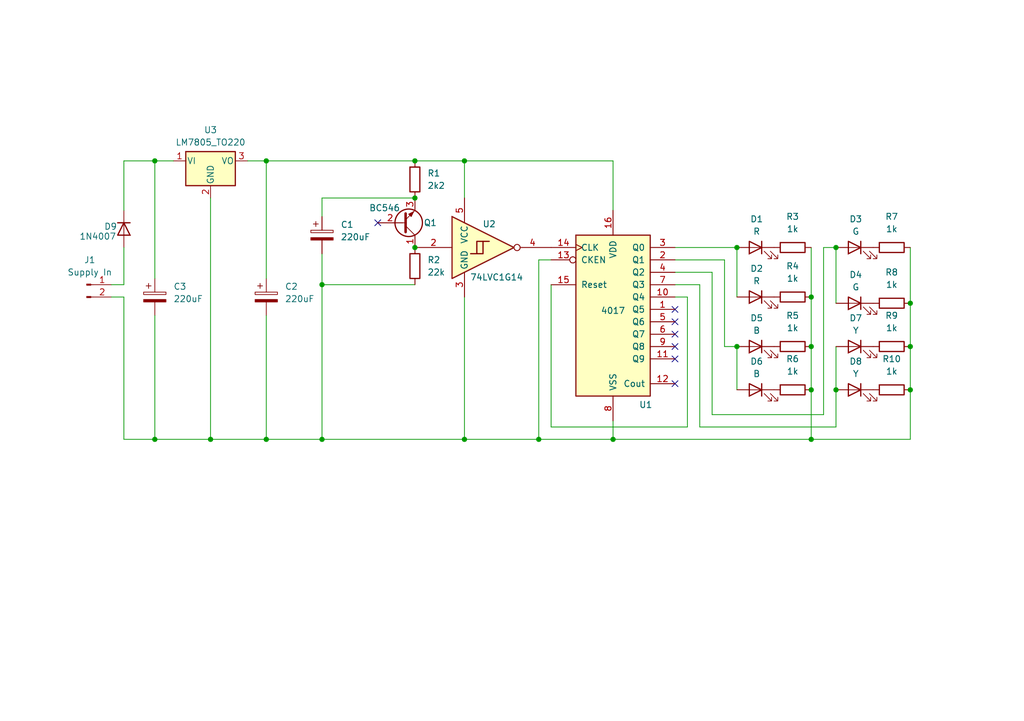
<source format=kicad_sch>
(kicad_sch
	(version 20231120)
	(generator "eeschema")
	(generator_version "8.0")
	(uuid "44230952-3f4a-4bca-989c-4b0de37dec76")
	(paper "A5")
	(title_block
		(title "Migacz")
		(date "2026-02-06")
		(rev "1")
		(company "-")
	)
	(lib_symbols
		(symbol "4xxx:4017"
			(pin_names
				(offset 1.016)
			)
			(exclude_from_sim no)
			(in_bom yes)
			(on_board yes)
			(property "Reference" "U"
				(at -7.62 16.51 0)
				(effects
					(font
						(size 1.27 1.27)
					)
				)
			)
			(property "Value" "4017"
				(at -7.62 -19.05 0)
				(effects
					(font
						(size 1.27 1.27)
					)
				)
			)
			(property "Footprint" ""
				(at 0 0 0)
				(effects
					(font
						(size 1.27 1.27)
					)
					(hide yes)
				)
			)
			(property "Datasheet" "http://www.intersil.com/content/dam/Intersil/documents/cd40/cd4017bms-22bms.pdf"
				(at 0 0 0)
				(effects
					(font
						(size 1.27 1.27)
					)
					(hide yes)
				)
			)
			(property "Description" "Johnson Counter ( 10 outputs )"
				(at 0 0 0)
				(effects
					(font
						(size 1.27 1.27)
					)
					(hide yes)
				)
			)
			(property "ki_locked" ""
				(at 0 0 0)
				(effects
					(font
						(size 1.27 1.27)
					)
				)
			)
			(property "ki_keywords" "CNT CNT10"
				(at 0 0 0)
				(effects
					(font
						(size 1.27 1.27)
					)
					(hide yes)
				)
			)
			(property "ki_fp_filters" "DIP?16*"
				(at 0 0 0)
				(effects
					(font
						(size 1.27 1.27)
					)
					(hide yes)
				)
			)
			(symbol "4017_1_0"
				(pin output line
					(at 12.7 0 180)
					(length 5.08)
					(name "Q5"
						(effects
							(font
								(size 1.27 1.27)
							)
						)
					)
					(number "1"
						(effects
							(font
								(size 1.27 1.27)
							)
						)
					)
				)
				(pin output line
					(at 12.7 2.54 180)
					(length 5.08)
					(name "Q4"
						(effects
							(font
								(size 1.27 1.27)
							)
						)
					)
					(number "10"
						(effects
							(font
								(size 1.27 1.27)
							)
						)
					)
				)
				(pin output line
					(at 12.7 -10.16 180)
					(length 5.08)
					(name "Q9"
						(effects
							(font
								(size 1.27 1.27)
							)
						)
					)
					(number "11"
						(effects
							(font
								(size 1.27 1.27)
							)
						)
					)
				)
				(pin output line
					(at 12.7 -15.24 180)
					(length 5.08)
					(name "Cout"
						(effects
							(font
								(size 1.27 1.27)
							)
						)
					)
					(number "12"
						(effects
							(font
								(size 1.27 1.27)
							)
						)
					)
				)
				(pin input inverted
					(at -12.7 10.16 0)
					(length 5.08)
					(name "CKEN"
						(effects
							(font
								(size 1.27 1.27)
							)
						)
					)
					(number "13"
						(effects
							(font
								(size 1.27 1.27)
							)
						)
					)
				)
				(pin input clock
					(at -12.7 12.7 0)
					(length 5.08)
					(name "CLK"
						(effects
							(font
								(size 1.27 1.27)
							)
						)
					)
					(number "14"
						(effects
							(font
								(size 1.27 1.27)
							)
						)
					)
				)
				(pin input line
					(at -12.7 5.08 0)
					(length 5.08)
					(name "Reset"
						(effects
							(font
								(size 1.27 1.27)
							)
						)
					)
					(number "15"
						(effects
							(font
								(size 1.27 1.27)
							)
						)
					)
				)
				(pin power_in line
					(at 0 20.32 270)
					(length 5.08)
					(name "VDD"
						(effects
							(font
								(size 1.27 1.27)
							)
						)
					)
					(number "16"
						(effects
							(font
								(size 1.27 1.27)
							)
						)
					)
				)
				(pin output line
					(at 12.7 10.16 180)
					(length 5.08)
					(name "Q1"
						(effects
							(font
								(size 1.27 1.27)
							)
						)
					)
					(number "2"
						(effects
							(font
								(size 1.27 1.27)
							)
						)
					)
				)
				(pin output line
					(at 12.7 12.7 180)
					(length 5.08)
					(name "Q0"
						(effects
							(font
								(size 1.27 1.27)
							)
						)
					)
					(number "3"
						(effects
							(font
								(size 1.27 1.27)
							)
						)
					)
				)
				(pin output line
					(at 12.7 7.62 180)
					(length 5.08)
					(name "Q2"
						(effects
							(font
								(size 1.27 1.27)
							)
						)
					)
					(number "4"
						(effects
							(font
								(size 1.27 1.27)
							)
						)
					)
				)
				(pin output line
					(at 12.7 -2.54 180)
					(length 5.08)
					(name "Q6"
						(effects
							(font
								(size 1.27 1.27)
							)
						)
					)
					(number "5"
						(effects
							(font
								(size 1.27 1.27)
							)
						)
					)
				)
				(pin output line
					(at 12.7 -5.08 180)
					(length 5.08)
					(name "Q7"
						(effects
							(font
								(size 1.27 1.27)
							)
						)
					)
					(number "6"
						(effects
							(font
								(size 1.27 1.27)
							)
						)
					)
				)
				(pin output line
					(at 12.7 5.08 180)
					(length 5.08)
					(name "Q3"
						(effects
							(font
								(size 1.27 1.27)
							)
						)
					)
					(number "7"
						(effects
							(font
								(size 1.27 1.27)
							)
						)
					)
				)
				(pin power_in line
					(at 0 -22.86 90)
					(length 5.08)
					(name "VSS"
						(effects
							(font
								(size 1.27 1.27)
							)
						)
					)
					(number "8"
						(effects
							(font
								(size 1.27 1.27)
							)
						)
					)
				)
				(pin output line
					(at 12.7 -7.62 180)
					(length 5.08)
					(name "Q8"
						(effects
							(font
								(size 1.27 1.27)
							)
						)
					)
					(number "9"
						(effects
							(font
								(size 1.27 1.27)
							)
						)
					)
				)
			)
			(symbol "4017_1_1"
				(rectangle
					(start -7.62 15.24)
					(end 7.62 -17.78)
					(stroke
						(width 0.254)
						(type default)
					)
					(fill
						(type background)
					)
				)
			)
		)
		(symbol "74xGxx:74LVC1G14"
			(exclude_from_sim no)
			(in_bom yes)
			(on_board yes)
			(property "Reference" "U"
				(at 0 3.81 0)
				(effects
					(font
						(size 1.27 1.27)
					)
					(justify left)
				)
			)
			(property "Value" "74LVC1G14"
				(at 0 -3.81 0)
				(effects
					(font
						(size 1.27 1.27)
					)
					(justify left)
				)
			)
			(property "Footprint" ""
				(at 0 0 0)
				(effects
					(font
						(size 1.27 1.27)
					)
					(hide yes)
				)
			)
			(property "Datasheet" "https://www.ti.com/lit/sg/scyt129e/scyt129e.pdf"
				(at 0 -6.35 0)
				(effects
					(font
						(size 1.27 1.27)
					)
					(justify left)
					(hide yes)
				)
			)
			(property "Description" "Single Schmitt NOT Gate, Low-Voltage CMOS"
				(at 0 0 0)
				(effects
					(font
						(size 1.27 1.27)
					)
					(hide yes)
				)
			)
			(property "ki_keywords" "Single Gate NOT Schmitt LVC CMOS"
				(at 0 0 0)
				(effects
					(font
						(size 1.27 1.27)
					)
					(hide yes)
				)
			)
			(property "ki_fp_filters" "SOT?23* SOT?553*"
				(at 0 0 0)
				(effects
					(font
						(size 1.27 1.27)
					)
					(hide yes)
				)
			)
			(symbol "74LVC1G14_0_1"
				(polyline
					(pts
						(xy -7.62 6.35) (xy -7.62 -6.35) (xy 5.08 0) (xy -7.62 6.35)
					)
					(stroke
						(width 0.254)
						(type default)
					)
					(fill
						(type background)
					)
				)
			)
			(symbol "74LVC1G14_1_1"
				(polyline
					(pts
						(xy -3.81 -1.27) (xy -1.27 -1.27) (xy -1.27 1.27)
					)
					(stroke
						(width 0.254)
						(type default)
					)
					(fill
						(type none)
					)
				)
				(polyline
					(pts
						(xy -2.54 -1.27) (xy -2.54 1.27) (xy 0 1.27)
					)
					(stroke
						(width 0.254)
						(type default)
					)
					(fill
						(type none)
					)
				)
				(pin no_connect line
					(at -7.62 5.08 180)
					(length 5.08) hide
					(name "NC"
						(effects
							(font
								(size 1.27 1.27)
							)
						)
					)
					(number "1"
						(effects
							(font
								(size 1.27 1.27)
							)
						)
					)
				)
				(pin input line
					(at -15.24 0 0)
					(length 7.62)
					(name "~"
						(effects
							(font
								(size 1.27 1.27)
							)
						)
					)
					(number "2"
						(effects
							(font
								(size 1.27 1.27)
							)
						)
					)
				)
				(pin power_in line
					(at -5.08 -10.16 90)
					(length 5.08)
					(name "GND"
						(effects
							(font
								(size 1.27 1.27)
							)
						)
					)
					(number "3"
						(effects
							(font
								(size 1.27 1.27)
							)
						)
					)
				)
				(pin output inverted
					(at 12.7 0 180)
					(length 7.62)
					(name "~"
						(effects
							(font
								(size 1.27 1.27)
							)
						)
					)
					(number "4"
						(effects
							(font
								(size 1.27 1.27)
							)
						)
					)
				)
				(pin power_in line
					(at -5.08 10.16 270)
					(length 5.08)
					(name "VCC"
						(effects
							(font
								(size 1.27 1.27)
							)
						)
					)
					(number "5"
						(effects
							(font
								(size 1.27 1.27)
							)
						)
					)
				)
			)
		)
		(symbol "Connector:Conn_01x02_Pin"
			(pin_names
				(offset 1.016) hide)
			(exclude_from_sim no)
			(in_bom yes)
			(on_board yes)
			(property "Reference" "J"
				(at 0 2.54 0)
				(effects
					(font
						(size 1.27 1.27)
					)
				)
			)
			(property "Value" "Conn_01x02_Pin"
				(at 0 -5.08 0)
				(effects
					(font
						(size 1.27 1.27)
					)
				)
			)
			(property "Footprint" ""
				(at 0 0 0)
				(effects
					(font
						(size 1.27 1.27)
					)
					(hide yes)
				)
			)
			(property "Datasheet" "~"
				(at 0 0 0)
				(effects
					(font
						(size 1.27 1.27)
					)
					(hide yes)
				)
			)
			(property "Description" "Generic connector, single row, 01x02, script generated"
				(at 0 0 0)
				(effects
					(font
						(size 1.27 1.27)
					)
					(hide yes)
				)
			)
			(property "ki_locked" ""
				(at 0 0 0)
				(effects
					(font
						(size 1.27 1.27)
					)
				)
			)
			(property "ki_keywords" "connector"
				(at 0 0 0)
				(effects
					(font
						(size 1.27 1.27)
					)
					(hide yes)
				)
			)
			(property "ki_fp_filters" "Connector*:*_1x??_*"
				(at 0 0 0)
				(effects
					(font
						(size 1.27 1.27)
					)
					(hide yes)
				)
			)
			(symbol "Conn_01x02_Pin_1_1"
				(polyline
					(pts
						(xy 1.27 -2.54) (xy 0.8636 -2.54)
					)
					(stroke
						(width 0.1524)
						(type default)
					)
					(fill
						(type none)
					)
				)
				(polyline
					(pts
						(xy 1.27 0) (xy 0.8636 0)
					)
					(stroke
						(width 0.1524)
						(type default)
					)
					(fill
						(type none)
					)
				)
				(rectangle
					(start 0.8636 -2.413)
					(end 0 -2.667)
					(stroke
						(width 0.1524)
						(type default)
					)
					(fill
						(type outline)
					)
				)
				(rectangle
					(start 0.8636 0.127)
					(end 0 -0.127)
					(stroke
						(width 0.1524)
						(type default)
					)
					(fill
						(type outline)
					)
				)
				(pin passive line
					(at 5.08 0 180)
					(length 3.81)
					(name "Pin_1"
						(effects
							(font
								(size 1.27 1.27)
							)
						)
					)
					(number "1"
						(effects
							(font
								(size 1.27 1.27)
							)
						)
					)
				)
				(pin passive line
					(at 5.08 -2.54 180)
					(length 3.81)
					(name "Pin_2"
						(effects
							(font
								(size 1.27 1.27)
							)
						)
					)
					(number "2"
						(effects
							(font
								(size 1.27 1.27)
							)
						)
					)
				)
			)
		)
		(symbol "Device:C_Polarized"
			(pin_numbers hide)
			(pin_names
				(offset 0.254)
			)
			(exclude_from_sim no)
			(in_bom yes)
			(on_board yes)
			(property "Reference" "C"
				(at 0.635 2.54 0)
				(effects
					(font
						(size 1.27 1.27)
					)
					(justify left)
				)
			)
			(property "Value" "C_Polarized"
				(at 0.635 -2.54 0)
				(effects
					(font
						(size 1.27 1.27)
					)
					(justify left)
				)
			)
			(property "Footprint" ""
				(at 0.9652 -3.81 0)
				(effects
					(font
						(size 1.27 1.27)
					)
					(hide yes)
				)
			)
			(property "Datasheet" "~"
				(at 0 0 0)
				(effects
					(font
						(size 1.27 1.27)
					)
					(hide yes)
				)
			)
			(property "Description" "Polarized capacitor"
				(at 0 0 0)
				(effects
					(font
						(size 1.27 1.27)
					)
					(hide yes)
				)
			)
			(property "ki_keywords" "cap capacitor"
				(at 0 0 0)
				(effects
					(font
						(size 1.27 1.27)
					)
					(hide yes)
				)
			)
			(property "ki_fp_filters" "CP_*"
				(at 0 0 0)
				(effects
					(font
						(size 1.27 1.27)
					)
					(hide yes)
				)
			)
			(symbol "C_Polarized_0_1"
				(rectangle
					(start -2.286 0.508)
					(end 2.286 1.016)
					(stroke
						(width 0)
						(type default)
					)
					(fill
						(type none)
					)
				)
				(polyline
					(pts
						(xy -1.778 2.286) (xy -0.762 2.286)
					)
					(stroke
						(width 0)
						(type default)
					)
					(fill
						(type none)
					)
				)
				(polyline
					(pts
						(xy -1.27 2.794) (xy -1.27 1.778)
					)
					(stroke
						(width 0)
						(type default)
					)
					(fill
						(type none)
					)
				)
				(rectangle
					(start 2.286 -0.508)
					(end -2.286 -1.016)
					(stroke
						(width 0)
						(type default)
					)
					(fill
						(type outline)
					)
				)
			)
			(symbol "C_Polarized_1_1"
				(pin passive line
					(at 0 3.81 270)
					(length 2.794)
					(name "~"
						(effects
							(font
								(size 1.27 1.27)
							)
						)
					)
					(number "1"
						(effects
							(font
								(size 1.27 1.27)
							)
						)
					)
				)
				(pin passive line
					(at 0 -3.81 90)
					(length 2.794)
					(name "~"
						(effects
							(font
								(size 1.27 1.27)
							)
						)
					)
					(number "2"
						(effects
							(font
								(size 1.27 1.27)
							)
						)
					)
				)
			)
		)
		(symbol "Device:LED"
			(pin_numbers hide)
			(pin_names
				(offset 1.016) hide)
			(exclude_from_sim no)
			(in_bom yes)
			(on_board yes)
			(property "Reference" "D"
				(at 0 2.54 0)
				(effects
					(font
						(size 1.27 1.27)
					)
				)
			)
			(property "Value" "LED"
				(at 0 -2.54 0)
				(effects
					(font
						(size 1.27 1.27)
					)
				)
			)
			(property "Footprint" ""
				(at 0 0 0)
				(effects
					(font
						(size 1.27 1.27)
					)
					(hide yes)
				)
			)
			(property "Datasheet" "~"
				(at 0 0 0)
				(effects
					(font
						(size 1.27 1.27)
					)
					(hide yes)
				)
			)
			(property "Description" "Light emitting diode"
				(at 0 0 0)
				(effects
					(font
						(size 1.27 1.27)
					)
					(hide yes)
				)
			)
			(property "ki_keywords" "LED diode"
				(at 0 0 0)
				(effects
					(font
						(size 1.27 1.27)
					)
					(hide yes)
				)
			)
			(property "ki_fp_filters" "LED* LED_SMD:* LED_THT:*"
				(at 0 0 0)
				(effects
					(font
						(size 1.27 1.27)
					)
					(hide yes)
				)
			)
			(symbol "LED_0_1"
				(polyline
					(pts
						(xy -1.27 -1.27) (xy -1.27 1.27)
					)
					(stroke
						(width 0.254)
						(type default)
					)
					(fill
						(type none)
					)
				)
				(polyline
					(pts
						(xy -1.27 0) (xy 1.27 0)
					)
					(stroke
						(width 0)
						(type default)
					)
					(fill
						(type none)
					)
				)
				(polyline
					(pts
						(xy 1.27 -1.27) (xy 1.27 1.27) (xy -1.27 0) (xy 1.27 -1.27)
					)
					(stroke
						(width 0.254)
						(type default)
					)
					(fill
						(type none)
					)
				)
				(polyline
					(pts
						(xy -3.048 -0.762) (xy -4.572 -2.286) (xy -3.81 -2.286) (xy -4.572 -2.286) (xy -4.572 -1.524)
					)
					(stroke
						(width 0)
						(type default)
					)
					(fill
						(type none)
					)
				)
				(polyline
					(pts
						(xy -1.778 -0.762) (xy -3.302 -2.286) (xy -2.54 -2.286) (xy -3.302 -2.286) (xy -3.302 -1.524)
					)
					(stroke
						(width 0)
						(type default)
					)
					(fill
						(type none)
					)
				)
			)
			(symbol "LED_1_1"
				(pin passive line
					(at -3.81 0 0)
					(length 2.54)
					(name "K"
						(effects
							(font
								(size 1.27 1.27)
							)
						)
					)
					(number "1"
						(effects
							(font
								(size 1.27 1.27)
							)
						)
					)
				)
				(pin passive line
					(at 3.81 0 180)
					(length 2.54)
					(name "A"
						(effects
							(font
								(size 1.27 1.27)
							)
						)
					)
					(number "2"
						(effects
							(font
								(size 1.27 1.27)
							)
						)
					)
				)
			)
		)
		(symbol "Device:R"
			(pin_numbers hide)
			(pin_names
				(offset 0)
			)
			(exclude_from_sim no)
			(in_bom yes)
			(on_board yes)
			(property "Reference" "R"
				(at 2.032 0 90)
				(effects
					(font
						(size 1.27 1.27)
					)
				)
			)
			(property "Value" "R"
				(at 0 0 90)
				(effects
					(font
						(size 1.27 1.27)
					)
				)
			)
			(property "Footprint" ""
				(at -1.778 0 90)
				(effects
					(font
						(size 1.27 1.27)
					)
					(hide yes)
				)
			)
			(property "Datasheet" "~"
				(at 0 0 0)
				(effects
					(font
						(size 1.27 1.27)
					)
					(hide yes)
				)
			)
			(property "Description" "Resistor"
				(at 0 0 0)
				(effects
					(font
						(size 1.27 1.27)
					)
					(hide yes)
				)
			)
			(property "ki_keywords" "R res resistor"
				(at 0 0 0)
				(effects
					(font
						(size 1.27 1.27)
					)
					(hide yes)
				)
			)
			(property "ki_fp_filters" "R_*"
				(at 0 0 0)
				(effects
					(font
						(size 1.27 1.27)
					)
					(hide yes)
				)
			)
			(symbol "R_0_1"
				(rectangle
					(start -1.016 -2.54)
					(end 1.016 2.54)
					(stroke
						(width 0.254)
						(type default)
					)
					(fill
						(type none)
					)
				)
			)
			(symbol "R_1_1"
				(pin passive line
					(at 0 3.81 270)
					(length 1.27)
					(name "~"
						(effects
							(font
								(size 1.27 1.27)
							)
						)
					)
					(number "1"
						(effects
							(font
								(size 1.27 1.27)
							)
						)
					)
				)
				(pin passive line
					(at 0 -3.81 90)
					(length 1.27)
					(name "~"
						(effects
							(font
								(size 1.27 1.27)
							)
						)
					)
					(number "2"
						(effects
							(font
								(size 1.27 1.27)
							)
						)
					)
				)
			)
		)
		(symbol "Diode:1N4007"
			(pin_numbers hide)
			(pin_names hide)
			(exclude_from_sim no)
			(in_bom yes)
			(on_board yes)
			(property "Reference" "D"
				(at 0 2.54 0)
				(effects
					(font
						(size 1.27 1.27)
					)
				)
			)
			(property "Value" "1N4007"
				(at 0 -2.54 0)
				(effects
					(font
						(size 1.27 1.27)
					)
				)
			)
			(property "Footprint" "Diode_THT:D_DO-41_SOD81_P10.16mm_Horizontal"
				(at 0 -4.445 0)
				(effects
					(font
						(size 1.27 1.27)
					)
					(hide yes)
				)
			)
			(property "Datasheet" "http://www.vishay.com/docs/88503/1n4001.pdf"
				(at 0 0 0)
				(effects
					(font
						(size 1.27 1.27)
					)
					(hide yes)
				)
			)
			(property "Description" "1000V 1A General Purpose Rectifier Diode, DO-41"
				(at 0 0 0)
				(effects
					(font
						(size 1.27 1.27)
					)
					(hide yes)
				)
			)
			(property "Sim.Device" "D"
				(at 0 0 0)
				(effects
					(font
						(size 1.27 1.27)
					)
					(hide yes)
				)
			)
			(property "Sim.Pins" "1=K 2=A"
				(at 0 0 0)
				(effects
					(font
						(size 1.27 1.27)
					)
					(hide yes)
				)
			)
			(property "ki_keywords" "diode"
				(at 0 0 0)
				(effects
					(font
						(size 1.27 1.27)
					)
					(hide yes)
				)
			)
			(property "ki_fp_filters" "D*DO?41*"
				(at 0 0 0)
				(effects
					(font
						(size 1.27 1.27)
					)
					(hide yes)
				)
			)
			(symbol "1N4007_0_1"
				(polyline
					(pts
						(xy -1.27 1.27) (xy -1.27 -1.27)
					)
					(stroke
						(width 0.254)
						(type default)
					)
					(fill
						(type none)
					)
				)
				(polyline
					(pts
						(xy 1.27 0) (xy -1.27 0)
					)
					(stroke
						(width 0)
						(type default)
					)
					(fill
						(type none)
					)
				)
				(polyline
					(pts
						(xy 1.27 1.27) (xy 1.27 -1.27) (xy -1.27 0) (xy 1.27 1.27)
					)
					(stroke
						(width 0.254)
						(type default)
					)
					(fill
						(type none)
					)
				)
			)
			(symbol "1N4007_1_1"
				(pin passive line
					(at -3.81 0 0)
					(length 2.54)
					(name "K"
						(effects
							(font
								(size 1.27 1.27)
							)
						)
					)
					(number "1"
						(effects
							(font
								(size 1.27 1.27)
							)
						)
					)
				)
				(pin passive line
					(at 3.81 0 180)
					(length 2.54)
					(name "A"
						(effects
							(font
								(size 1.27 1.27)
							)
						)
					)
					(number "2"
						(effects
							(font
								(size 1.27 1.27)
							)
						)
					)
				)
			)
		)
		(symbol "Regulator_Linear:LM7805_TO220"
			(pin_names
				(offset 0.254)
			)
			(exclude_from_sim no)
			(in_bom yes)
			(on_board yes)
			(property "Reference" "U"
				(at -3.81 3.175 0)
				(effects
					(font
						(size 1.27 1.27)
					)
				)
			)
			(property "Value" "LM7805_TO220"
				(at 0 3.175 0)
				(effects
					(font
						(size 1.27 1.27)
					)
					(justify left)
				)
			)
			(property "Footprint" "Package_TO_SOT_THT:TO-220-3_Vertical"
				(at 0 5.715 0)
				(effects
					(font
						(size 1.27 1.27)
						(italic yes)
					)
					(hide yes)
				)
			)
			(property "Datasheet" "https://www.onsemi.cn/PowerSolutions/document/MC7800-D.PDF"
				(at 0 -1.27 0)
				(effects
					(font
						(size 1.27 1.27)
					)
					(hide yes)
				)
			)
			(property "Description" "Positive 1A 35V Linear Regulator, Fixed Output 5V, TO-220"
				(at 0 0 0)
				(effects
					(font
						(size 1.27 1.27)
					)
					(hide yes)
				)
			)
			(property "ki_keywords" "Voltage Regulator 1A Positive"
				(at 0 0 0)
				(effects
					(font
						(size 1.27 1.27)
					)
					(hide yes)
				)
			)
			(property "ki_fp_filters" "TO?220*"
				(at 0 0 0)
				(effects
					(font
						(size 1.27 1.27)
					)
					(hide yes)
				)
			)
			(symbol "LM7805_TO220_0_1"
				(rectangle
					(start -5.08 1.905)
					(end 5.08 -5.08)
					(stroke
						(width 0.254)
						(type default)
					)
					(fill
						(type background)
					)
				)
			)
			(symbol "LM7805_TO220_1_1"
				(pin power_in line
					(at -7.62 0 0)
					(length 2.54)
					(name "VI"
						(effects
							(font
								(size 1.27 1.27)
							)
						)
					)
					(number "1"
						(effects
							(font
								(size 1.27 1.27)
							)
						)
					)
				)
				(pin power_in line
					(at 0 -7.62 90)
					(length 2.54)
					(name "GND"
						(effects
							(font
								(size 1.27 1.27)
							)
						)
					)
					(number "2"
						(effects
							(font
								(size 1.27 1.27)
							)
						)
					)
				)
				(pin power_out line
					(at 7.62 0 180)
					(length 2.54)
					(name "VO"
						(effects
							(font
								(size 1.27 1.27)
							)
						)
					)
					(number "3"
						(effects
							(font
								(size 1.27 1.27)
							)
						)
					)
				)
			)
		)
		(symbol "Transistor_BJT:BC546"
			(pin_names
				(offset 0) hide)
			(exclude_from_sim no)
			(in_bom yes)
			(on_board yes)
			(property "Reference" "Q"
				(at 5.08 1.905 0)
				(effects
					(font
						(size 1.27 1.27)
					)
					(justify left)
				)
			)
			(property "Value" "BC546"
				(at 5.08 0 0)
				(effects
					(font
						(size 1.27 1.27)
					)
					(justify left)
				)
			)
			(property "Footprint" "Package_TO_SOT_THT:TO-92_Inline"
				(at 5.08 -1.905 0)
				(effects
					(font
						(size 1.27 1.27)
						(italic yes)
					)
					(justify left)
					(hide yes)
				)
			)
			(property "Datasheet" "https://www.onsemi.com/pub/Collateral/BC550-D.pdf"
				(at 0 0 0)
				(effects
					(font
						(size 1.27 1.27)
					)
					(justify left)
					(hide yes)
				)
			)
			(property "Description" "0.1A Ic, 65V Vce, Small Signal NPN Transistor, TO-92"
				(at 0 0 0)
				(effects
					(font
						(size 1.27 1.27)
					)
					(hide yes)
				)
			)
			(property "ki_keywords" "NPN Transistor"
				(at 0 0 0)
				(effects
					(font
						(size 1.27 1.27)
					)
					(hide yes)
				)
			)
			(property "ki_fp_filters" "TO?92*"
				(at 0 0 0)
				(effects
					(font
						(size 1.27 1.27)
					)
					(hide yes)
				)
			)
			(symbol "BC546_0_1"
				(polyline
					(pts
						(xy 0 0) (xy 0.635 0)
					)
					(stroke
						(width 0)
						(type default)
					)
					(fill
						(type none)
					)
				)
				(polyline
					(pts
						(xy 0.635 0.635) (xy 2.54 2.54)
					)
					(stroke
						(width 0)
						(type default)
					)
					(fill
						(type none)
					)
				)
				(polyline
					(pts
						(xy 0.635 -0.635) (xy 2.54 -2.54) (xy 2.54 -2.54)
					)
					(stroke
						(width 0)
						(type default)
					)
					(fill
						(type none)
					)
				)
				(polyline
					(pts
						(xy 0.635 1.905) (xy 0.635 -1.905) (xy 0.635 -1.905)
					)
					(stroke
						(width 0.508)
						(type default)
					)
					(fill
						(type none)
					)
				)
				(polyline
					(pts
						(xy 1.27 -1.778) (xy 1.778 -1.27) (xy 2.286 -2.286) (xy 1.27 -1.778) (xy 1.27 -1.778)
					)
					(stroke
						(width 0)
						(type default)
					)
					(fill
						(type outline)
					)
				)
				(circle
					(center 1.27 0)
					(radius 2.8194)
					(stroke
						(width 0.254)
						(type default)
					)
					(fill
						(type none)
					)
				)
			)
			(symbol "BC546_1_1"
				(pin passive line
					(at 2.54 5.08 270)
					(length 2.54)
					(name "C"
						(effects
							(font
								(size 1.27 1.27)
							)
						)
					)
					(number "1"
						(effects
							(font
								(size 1.27 1.27)
							)
						)
					)
				)
				(pin input line
					(at -5.08 0 0)
					(length 5.08)
					(name "B"
						(effects
							(font
								(size 1.27 1.27)
							)
						)
					)
					(number "2"
						(effects
							(font
								(size 1.27 1.27)
							)
						)
					)
				)
				(pin passive line
					(at 2.54 -5.08 90)
					(length 2.54)
					(name "E"
						(effects
							(font
								(size 1.27 1.27)
							)
						)
					)
					(number "3"
						(effects
							(font
								(size 1.27 1.27)
							)
						)
					)
				)
			)
		)
	)
	(junction
		(at 186.69 62.23)
		(diameter 0)
		(color 0 0 0 0)
		(uuid "0e106dc1-9cb2-4bd3-874e-6160eaf15bc8")
	)
	(junction
		(at 95.25 90.17)
		(diameter 0)
		(color 0 0 0 0)
		(uuid "18c3118e-4fea-4089-b999-c66c2044196c")
	)
	(junction
		(at 66.04 58.42)
		(diameter 0)
		(color 0 0 0 0)
		(uuid "1db84614-da4a-4e71-9270-3a22088b4ecf")
	)
	(junction
		(at 31.75 33.02)
		(diameter 0)
		(color 0 0 0 0)
		(uuid "2bf03056-1f89-4638-ae8b-316902713f7f")
	)
	(junction
		(at 85.09 33.02)
		(diameter 0)
		(color 0 0 0 0)
		(uuid "2f16b0ef-5cbd-4dcb-a6a6-fd2b71d25859")
	)
	(junction
		(at 186.69 80.01)
		(diameter 0)
		(color 0 0 0 0)
		(uuid "2f596734-3349-43c1-94b2-87fd75a3b986")
	)
	(junction
		(at 54.61 90.17)
		(diameter 0)
		(color 0 0 0 0)
		(uuid "3bc10277-6781-4c88-a404-eefe0a3b3bd4")
	)
	(junction
		(at 54.61 33.02)
		(diameter 0)
		(color 0 0 0 0)
		(uuid "45beb125-6f13-4d27-822d-1edbb336b60d")
	)
	(junction
		(at 186.69 71.12)
		(diameter 0)
		(color 0 0 0 0)
		(uuid "45d62717-07d5-4a51-9105-e8387a349cd0")
	)
	(junction
		(at 85.09 50.8)
		(diameter 0)
		(color 0 0 0 0)
		(uuid "5baa23a3-0729-4b26-a4eb-18f3016d3860")
	)
	(junction
		(at 171.45 50.8)
		(diameter 0)
		(color 0 0 0 0)
		(uuid "76800c9e-7461-465c-b470-27495f5c9784")
	)
	(junction
		(at 43.18 90.17)
		(diameter 0)
		(color 0 0 0 0)
		(uuid "79b0eb02-5f81-4e15-bbb0-7b8bfc3e855b")
	)
	(junction
		(at 125.73 90.17)
		(diameter 0)
		(color 0 0 0 0)
		(uuid "836101ca-8a92-42ef-9b7d-7c60c9898343")
	)
	(junction
		(at 151.13 71.12)
		(diameter 0)
		(color 0 0 0 0)
		(uuid "8720f4c8-ee77-4b50-8d3f-9d810b50af88")
	)
	(junction
		(at 110.49 90.17)
		(diameter 0)
		(color 0 0 0 0)
		(uuid "8aea1d5c-a8eb-46bd-92bf-d3d2c7386423")
	)
	(junction
		(at 166.37 80.01)
		(diameter 0)
		(color 0 0 0 0)
		(uuid "8de20033-bf9d-4699-bb2f-3e954cc5d97d")
	)
	(junction
		(at 166.37 60.96)
		(diameter 0)
		(color 0 0 0 0)
		(uuid "92dff979-f2d1-4d54-8660-8209dd00d8fb")
	)
	(junction
		(at 171.45 80.01)
		(diameter 0)
		(color 0 0 0 0)
		(uuid "a39e22d6-5f15-4e6e-b916-a39ec17fa86b")
	)
	(junction
		(at 31.75 90.17)
		(diameter 0)
		(color 0 0 0 0)
		(uuid "bf1ac36d-5e41-461f-a182-0da14d6ce3cf")
	)
	(junction
		(at 151.13 50.8)
		(diameter 0)
		(color 0 0 0 0)
		(uuid "c5e84b3f-884a-42a8-8742-105f7ad753d5")
	)
	(junction
		(at 166.37 71.12)
		(diameter 0)
		(color 0 0 0 0)
		(uuid "cde3bb91-1176-4284-bcf5-eec2286243b8")
	)
	(junction
		(at 85.09 40.64)
		(diameter 0)
		(color 0 0 0 0)
		(uuid "db5920ee-e827-4d03-8229-eb079d1a651c")
	)
	(junction
		(at 166.37 90.17)
		(diameter 0)
		(color 0 0 0 0)
		(uuid "e2673d1a-f4c0-4662-adf9-84c10b46719a")
	)
	(junction
		(at 95.25 33.02)
		(diameter 0)
		(color 0 0 0 0)
		(uuid "e7e7d2ac-1c3f-4aef-a524-ed7db30fbe38")
	)
	(junction
		(at 66.04 90.17)
		(diameter 0)
		(color 0 0 0 0)
		(uuid "efe8dd35-7448-4cca-8797-4e1328436cbb")
	)
	(no_connect
		(at 138.43 63.5)
		(uuid "243d517a-3838-4d41-a6d9-26c841490637")
	)
	(no_connect
		(at 138.43 66.04)
		(uuid "2c9bce8b-5707-4803-84d4-d4f0f1c10440")
	)
	(no_connect
		(at 138.43 73.66)
		(uuid "3cbca401-1201-41e3-bb42-480c545b4d42")
	)
	(no_connect
		(at 138.43 71.12)
		(uuid "86b8d325-6066-461e-8db8-30d915f5fd30")
	)
	(no_connect
		(at 77.47 45.72)
		(uuid "93d15060-ebb5-4a83-9b46-c646861cc7ed")
	)
	(no_connect
		(at 138.43 78.74)
		(uuid "be7e42c2-30d9-4539-899f-53e2ca69eff4")
	)
	(no_connect
		(at 138.43 68.58)
		(uuid "e31d01ef-82bb-481a-a5a1-477656f1162d")
	)
	(wire
		(pts
			(xy 186.69 71.12) (xy 186.69 80.01)
		)
		(stroke
			(width 0)
			(type default)
		)
		(uuid "0422871f-ea5c-4a2f-ac2d-91158730f549")
	)
	(wire
		(pts
			(xy 166.37 80.01) (xy 166.37 90.17)
		)
		(stroke
			(width 0)
			(type default)
		)
		(uuid "07bd128a-1781-4891-a453-2f7d76510dc0")
	)
	(wire
		(pts
			(xy 171.45 50.8) (xy 171.45 62.23)
		)
		(stroke
			(width 0)
			(type default)
		)
		(uuid "08fb4d20-1dcb-416c-893c-654be92ddbe6")
	)
	(wire
		(pts
			(xy 186.69 80.01) (xy 186.69 90.17)
		)
		(stroke
			(width 0)
			(type default)
		)
		(uuid "0ac0ecd6-6ae5-47ce-bbe2-51d1a7b3745b")
	)
	(wire
		(pts
			(xy 25.4 33.02) (xy 31.75 33.02)
		)
		(stroke
			(width 0)
			(type default)
		)
		(uuid "11b793ab-2af2-4f73-a958-3c12e23da59e")
	)
	(wire
		(pts
			(xy 54.61 64.77) (xy 54.61 90.17)
		)
		(stroke
			(width 0)
			(type default)
		)
		(uuid "147e3793-a429-4fcc-91fe-081eb8c8ce2f")
	)
	(wire
		(pts
			(xy 148.59 71.12) (xy 151.13 71.12)
		)
		(stroke
			(width 0)
			(type default)
		)
		(uuid "259a024b-bd62-4c01-97e0-5b6a515aa849")
	)
	(wire
		(pts
			(xy 25.4 90.17) (xy 31.75 90.17)
		)
		(stroke
			(width 0)
			(type default)
		)
		(uuid "263cfa47-bad4-4f6b-b905-3935f67994e7")
	)
	(wire
		(pts
			(xy 138.43 58.42) (xy 143.51 58.42)
		)
		(stroke
			(width 0)
			(type default)
		)
		(uuid "29194521-bbd4-4540-97c2-092922c74a9d")
	)
	(wire
		(pts
			(xy 95.25 33.02) (xy 125.73 33.02)
		)
		(stroke
			(width 0)
			(type default)
		)
		(uuid "2de505d3-dd63-443d-b2c8-faecdc7d0187")
	)
	(wire
		(pts
			(xy 125.73 90.17) (xy 125.73 86.36)
		)
		(stroke
			(width 0)
			(type default)
		)
		(uuid "3416693d-caba-40a9-b01b-dbc83b128b20")
	)
	(wire
		(pts
			(xy 171.45 87.63) (xy 171.45 80.01)
		)
		(stroke
			(width 0)
			(type default)
		)
		(uuid "3474c8da-1163-433c-ab1c-58def8bf0472")
	)
	(wire
		(pts
			(xy 166.37 50.8) (xy 166.37 60.96)
		)
		(stroke
			(width 0)
			(type default)
		)
		(uuid "35ec7cd0-435b-412e-b746-436ff7d09644")
	)
	(wire
		(pts
			(xy 66.04 58.42) (xy 66.04 90.17)
		)
		(stroke
			(width 0)
			(type default)
		)
		(uuid "3ba4b437-b306-4033-838b-93dfc810ea73")
	)
	(wire
		(pts
			(xy 43.18 90.17) (xy 54.61 90.17)
		)
		(stroke
			(width 0)
			(type default)
		)
		(uuid "3bd94c0d-415f-445f-8436-8facb16e92c1")
	)
	(wire
		(pts
			(xy 22.86 58.42) (xy 25.4 58.42)
		)
		(stroke
			(width 0)
			(type default)
		)
		(uuid "3d5fe6cb-3c00-4138-ad2a-b8609d7d6794")
	)
	(wire
		(pts
			(xy 110.49 53.34) (xy 110.49 90.17)
		)
		(stroke
			(width 0)
			(type default)
		)
		(uuid "3da28c68-8f15-44eb-bae2-101e55a3aedc")
	)
	(wire
		(pts
			(xy 95.25 33.02) (xy 95.25 40.64)
		)
		(stroke
			(width 0)
			(type default)
		)
		(uuid "3e4ad13b-5b1c-4521-974b-9ca62fde0036")
	)
	(wire
		(pts
			(xy 138.43 53.34) (xy 148.59 53.34)
		)
		(stroke
			(width 0)
			(type default)
		)
		(uuid "417c8af4-06e7-4d7f-bb12-6e8fd4d90bc3")
	)
	(wire
		(pts
			(xy 22.86 60.96) (xy 25.4 60.96)
		)
		(stroke
			(width 0)
			(type default)
		)
		(uuid "488fcb7b-9346-44e6-88b9-d0b9f299d91a")
	)
	(wire
		(pts
			(xy 166.37 90.17) (xy 125.73 90.17)
		)
		(stroke
			(width 0)
			(type default)
		)
		(uuid "4a82178d-ef8f-4fb9-81a0-7e399b6847e8")
	)
	(wire
		(pts
			(xy 25.4 60.96) (xy 25.4 90.17)
		)
		(stroke
			(width 0)
			(type default)
		)
		(uuid "4d53e0d7-73bf-4916-9bcd-99df8baf426b")
	)
	(wire
		(pts
			(xy 186.69 90.17) (xy 166.37 90.17)
		)
		(stroke
			(width 0)
			(type default)
		)
		(uuid "4d7f9c44-3e66-4a6e-b57b-9d45ace6f126")
	)
	(wire
		(pts
			(xy 113.03 53.34) (xy 110.49 53.34)
		)
		(stroke
			(width 0)
			(type default)
		)
		(uuid "4ed57c69-ad2d-47e4-99df-1e8c876b6009")
	)
	(wire
		(pts
			(xy 54.61 33.02) (xy 85.09 33.02)
		)
		(stroke
			(width 0)
			(type default)
		)
		(uuid "506a51a3-56d2-43e9-b03c-20676ec9d469")
	)
	(wire
		(pts
			(xy 138.43 60.96) (xy 140.97 60.96)
		)
		(stroke
			(width 0)
			(type default)
		)
		(uuid "54b2ffe9-2153-4eab-9ea1-52f42e755106")
	)
	(wire
		(pts
			(xy 66.04 40.64) (xy 85.09 40.64)
		)
		(stroke
			(width 0)
			(type default)
		)
		(uuid "61578d80-f031-4a3b-8133-ef2e1f92658c")
	)
	(wire
		(pts
			(xy 31.75 57.15) (xy 31.75 33.02)
		)
		(stroke
			(width 0)
			(type default)
		)
		(uuid "68a8a76c-6f8b-4e06-841d-5518a67f5f1b")
	)
	(wire
		(pts
			(xy 54.61 33.02) (xy 54.61 57.15)
		)
		(stroke
			(width 0)
			(type default)
		)
		(uuid "6d04e4f9-e135-4a63-ab48-0a060eff8924")
	)
	(wire
		(pts
			(xy 143.51 58.42) (xy 143.51 87.63)
		)
		(stroke
			(width 0)
			(type default)
		)
		(uuid "70609121-3460-4ac6-9ad7-e24784b169fe")
	)
	(wire
		(pts
			(xy 146.05 85.09) (xy 168.91 85.09)
		)
		(stroke
			(width 0)
			(type default)
		)
		(uuid "712d736c-7e51-4054-9fcb-1f3a0864e4de")
	)
	(wire
		(pts
			(xy 151.13 50.8) (xy 151.13 60.96)
		)
		(stroke
			(width 0)
			(type default)
		)
		(uuid "726b935e-7709-4b37-8ce3-58a50b898445")
	)
	(wire
		(pts
			(xy 31.75 90.17) (xy 43.18 90.17)
		)
		(stroke
			(width 0)
			(type default)
		)
		(uuid "766bdbb4-6ebd-4e82-872e-6fe3cddeb27e")
	)
	(wire
		(pts
			(xy 125.73 33.02) (xy 125.73 43.18)
		)
		(stroke
			(width 0)
			(type default)
		)
		(uuid "7a4faa9c-736c-473b-b04b-5608100fc058")
	)
	(wire
		(pts
			(xy 148.59 53.34) (xy 148.59 71.12)
		)
		(stroke
			(width 0)
			(type default)
		)
		(uuid "8768c57c-cf7b-4657-a75a-8c1afb19736a")
	)
	(wire
		(pts
			(xy 25.4 33.02) (xy 25.4 43.18)
		)
		(stroke
			(width 0)
			(type default)
		)
		(uuid "8a3cdab4-8e2e-478a-b9a8-e07c5df04808")
	)
	(wire
		(pts
			(xy 31.75 33.02) (xy 35.56 33.02)
		)
		(stroke
			(width 0)
			(type default)
		)
		(uuid "8be12f78-6f85-4739-8b5e-167c51d7b5d5")
	)
	(wire
		(pts
			(xy 166.37 71.12) (xy 166.37 80.01)
		)
		(stroke
			(width 0)
			(type default)
		)
		(uuid "8beeccff-da2c-44e6-a469-146321592d6a")
	)
	(wire
		(pts
			(xy 66.04 58.42) (xy 66.04 52.07)
		)
		(stroke
			(width 0)
			(type default)
		)
		(uuid "9f42d22d-019c-42fd-9a7e-e1042702e4d3")
	)
	(wire
		(pts
			(xy 138.43 55.88) (xy 146.05 55.88)
		)
		(stroke
			(width 0)
			(type default)
		)
		(uuid "a52ea30e-abda-4e0b-bbb2-bf6ce1580af7")
	)
	(wire
		(pts
			(xy 95.25 90.17) (xy 110.49 90.17)
		)
		(stroke
			(width 0)
			(type default)
		)
		(uuid "a6b915f1-8b39-4af3-9664-9d2eb8e49344")
	)
	(wire
		(pts
			(xy 146.05 55.88) (xy 146.05 85.09)
		)
		(stroke
			(width 0)
			(type default)
		)
		(uuid "aca9e92a-4344-4472-9d6a-106ad212db09")
	)
	(wire
		(pts
			(xy 110.49 90.17) (xy 125.73 90.17)
		)
		(stroke
			(width 0)
			(type default)
		)
		(uuid "b8e7ab51-25c7-4e25-b818-fa65fba2b923")
	)
	(wire
		(pts
			(xy 171.45 71.12) (xy 171.45 80.01)
		)
		(stroke
			(width 0)
			(type default)
		)
		(uuid "ba6f536a-a4b8-4af9-a44f-f7b8ad9df5d6")
	)
	(wire
		(pts
			(xy 186.69 50.8) (xy 186.69 62.23)
		)
		(stroke
			(width 0)
			(type default)
		)
		(uuid "bb5a0041-fbb5-45b9-8546-2426ced44e88")
	)
	(wire
		(pts
			(xy 168.91 50.8) (xy 171.45 50.8)
		)
		(stroke
			(width 0)
			(type default)
		)
		(uuid "bbf26abe-313a-4003-ab6e-c61427768a31")
	)
	(wire
		(pts
			(xy 138.43 50.8) (xy 151.13 50.8)
		)
		(stroke
			(width 0)
			(type default)
		)
		(uuid "c184900c-07ba-49c9-b06c-29533526c663")
	)
	(wire
		(pts
			(xy 95.25 60.96) (xy 95.25 90.17)
		)
		(stroke
			(width 0)
			(type default)
		)
		(uuid "c236abed-265d-4361-903b-c74b0ec0f42a")
	)
	(wire
		(pts
			(xy 140.97 60.96) (xy 140.97 87.63)
		)
		(stroke
			(width 0)
			(type default)
		)
		(uuid "c4380e92-863e-46be-9d9b-3ce126169e73")
	)
	(wire
		(pts
			(xy 151.13 71.12) (xy 151.13 80.01)
		)
		(stroke
			(width 0)
			(type default)
		)
		(uuid "c717c91e-070f-4ea7-9e71-71dab2f26105")
	)
	(wire
		(pts
			(xy 50.8 33.02) (xy 54.61 33.02)
		)
		(stroke
			(width 0)
			(type default)
		)
		(uuid "c953bff6-a95d-47dd-ae97-da44e3740f73")
	)
	(wire
		(pts
			(xy 54.61 90.17) (xy 66.04 90.17)
		)
		(stroke
			(width 0)
			(type default)
		)
		(uuid "ccf61912-2d42-483b-a74b-724cf7cc938f")
	)
	(wire
		(pts
			(xy 66.04 58.42) (xy 85.09 58.42)
		)
		(stroke
			(width 0)
			(type default)
		)
		(uuid "d05f8bc2-f88d-47d4-8d20-3ac5cdfb371b")
	)
	(wire
		(pts
			(xy 43.18 40.64) (xy 43.18 90.17)
		)
		(stroke
			(width 0)
			(type default)
		)
		(uuid "d110d0a4-56ee-4a03-b6c5-097c337dc229")
	)
	(wire
		(pts
			(xy 143.51 87.63) (xy 171.45 87.63)
		)
		(stroke
			(width 0)
			(type default)
		)
		(uuid "d1d08870-f6bf-4fc7-952e-f47cd026798e")
	)
	(wire
		(pts
			(xy 186.69 62.23) (xy 186.69 71.12)
		)
		(stroke
			(width 0)
			(type default)
		)
		(uuid "d3010720-8dcb-4a34-8bc0-f06a94060e0d")
	)
	(wire
		(pts
			(xy 113.03 87.63) (xy 113.03 58.42)
		)
		(stroke
			(width 0)
			(type default)
		)
		(uuid "d57fb9dd-e375-4243-985d-c576326c9a63")
	)
	(wire
		(pts
			(xy 85.09 33.02) (xy 95.25 33.02)
		)
		(stroke
			(width 0)
			(type default)
		)
		(uuid "d7b4c771-38f2-4588-a3e1-df2c27a6ce11")
	)
	(wire
		(pts
			(xy 25.4 50.8) (xy 25.4 58.42)
		)
		(stroke
			(width 0)
			(type default)
		)
		(uuid "d9f3bee7-a65a-4dd6-acc7-bb7c839042d9")
	)
	(wire
		(pts
			(xy 66.04 44.45) (xy 66.04 40.64)
		)
		(stroke
			(width 0)
			(type default)
		)
		(uuid "e7b991db-1248-4dd0-aceb-95e815218ead")
	)
	(wire
		(pts
			(xy 66.04 90.17) (xy 95.25 90.17)
		)
		(stroke
			(width 0)
			(type default)
		)
		(uuid "e7c06058-0ff3-48f3-8c81-1b3dc1e0ed79")
	)
	(wire
		(pts
			(xy 31.75 64.77) (xy 31.75 90.17)
		)
		(stroke
			(width 0)
			(type default)
		)
		(uuid "ed6d3c58-2882-4ee3-ba9b-c0d2065e2693")
	)
	(wire
		(pts
			(xy 168.91 85.09) (xy 168.91 50.8)
		)
		(stroke
			(width 0)
			(type default)
		)
		(uuid "f503db2f-2c05-467c-b214-773697c8faa8")
	)
	(wire
		(pts
			(xy 166.37 60.96) (xy 166.37 71.12)
		)
		(stroke
			(width 0)
			(type default)
		)
		(uuid "f981bda2-e557-4f72-a841-fa1a352fea99")
	)
	(wire
		(pts
			(xy 113.03 87.63) (xy 140.97 87.63)
		)
		(stroke
			(width 0)
			(type default)
		)
		(uuid "fa7dc071-998f-47ea-aac9-77234997279b")
	)
	(symbol
		(lib_id "Device:R")
		(at 182.88 62.23 90)
		(unit 1)
		(exclude_from_sim no)
		(in_bom yes)
		(on_board yes)
		(dnp no)
		(fields_autoplaced yes)
		(uuid "01e0119e-6729-4b0f-a587-f42e3607ea31")
		(property "Reference" "R8"
			(at 182.88 55.88 90)
			(effects
				(font
					(size 1.27 1.27)
				)
			)
		)
		(property "Value" "1k"
			(at 182.88 58.42 90)
			(effects
				(font
					(size 1.27 1.27)
				)
			)
		)
		(property "Footprint" "Resistor_THT:R_Axial_DIN0204_L3.6mm_D1.6mm_P7.62mm_Horizontal"
			(at 182.88 64.008 90)
			(effects
				(font
					(size 1.27 1.27)
				)
				(hide yes)
			)
		)
		(property "Datasheet" "~"
			(at 182.88 62.23 0)
			(effects
				(font
					(size 1.27 1.27)
				)
				(hide yes)
			)
		)
		(property "Description" "Resistor"
			(at 182.88 62.23 0)
			(effects
				(font
					(size 1.27 1.27)
				)
				(hide yes)
			)
		)
		(pin "1"
			(uuid "99de6045-538f-4603-aea6-c3cb05684746")
		)
		(pin "2"
			(uuid "75102c86-d822-4395-a0d0-44ea940801cb")
		)
		(instances
			(project "konstantynopolitanczykowianeczka_zamieszkujaca_konstantynopol"
				(path "/44230952-3f4a-4bca-989c-4b0de37dec76"
					(reference "R8")
					(unit 1)
				)
			)
		)
	)
	(symbol
		(lib_id "Device:LED")
		(at 175.26 50.8 0)
		(mirror y)
		(unit 1)
		(exclude_from_sim no)
		(in_bom yes)
		(on_board yes)
		(dnp no)
		(uuid "0d023ed5-491f-4e57-8ddd-355cd98bf96b")
		(property "Reference" "D3"
			(at 175.514 44.958 0)
			(effects
				(font
					(size 1.27 1.27)
				)
			)
		)
		(property "Value" "G"
			(at 175.514 47.498 0)
			(effects
				(font
					(size 1.27 1.27)
				)
			)
		)
		(property "Footprint" "LED_THT:LED_D5.0mm"
			(at 175.26 50.8 0)
			(effects
				(font
					(size 1.27 1.27)
				)
				(hide yes)
			)
		)
		(property "Datasheet" "~"
			(at 175.26 50.8 0)
			(effects
				(font
					(size 1.27 1.27)
				)
				(hide yes)
			)
		)
		(property "Description" "Light emitting diode"
			(at 175.26 50.8 0)
			(effects
				(font
					(size 1.27 1.27)
				)
				(hide yes)
			)
		)
		(pin "2"
			(uuid "10b44222-446e-4726-aa7c-e9e23b045536")
		)
		(pin "1"
			(uuid "bf57d783-3ba4-4684-8710-1bf67e02f4cf")
		)
		(instances
			(project "konstantynopolitanczykowianeczka_zamieszkujaca_konstantynopol"
				(path "/44230952-3f4a-4bca-989c-4b0de37dec76"
					(reference "D3")
					(unit 1)
				)
			)
		)
	)
	(symbol
		(lib_id "Device:LED")
		(at 154.94 60.96 0)
		(mirror y)
		(unit 1)
		(exclude_from_sim no)
		(in_bom yes)
		(on_board yes)
		(dnp no)
		(uuid "0f60bf87-7f64-4939-8c5b-e549fd7bf2dd")
		(property "Reference" "D2"
			(at 155.194 55.118 0)
			(effects
				(font
					(size 1.27 1.27)
				)
			)
		)
		(property "Value" "R"
			(at 155.194 57.658 0)
			(effects
				(font
					(size 1.27 1.27)
				)
			)
		)
		(property "Footprint" "LED_THT:LED_D5.0mm"
			(at 154.94 60.96 0)
			(effects
				(font
					(size 1.27 1.27)
				)
				(hide yes)
			)
		)
		(property "Datasheet" "~"
			(at 154.94 60.96 0)
			(effects
				(font
					(size 1.27 1.27)
				)
				(hide yes)
			)
		)
		(property "Description" "Light emitting diode"
			(at 154.94 60.96 0)
			(effects
				(font
					(size 1.27 1.27)
				)
				(hide yes)
			)
		)
		(pin "2"
			(uuid "9776574c-33a7-4ef6-bf17-d354c5f1cc0a")
		)
		(pin "1"
			(uuid "fba8964e-081f-4126-9714-4e324e894943")
		)
		(instances
			(project "konstantynopolitanczykowianeczka_zamieszkujaca_konstantynopol"
				(path "/44230952-3f4a-4bca-989c-4b0de37dec76"
					(reference "D2")
					(unit 1)
				)
			)
		)
	)
	(symbol
		(lib_id "74xGxx:74LVC1G14")
		(at 100.33 50.8 0)
		(unit 1)
		(exclude_from_sim no)
		(in_bom yes)
		(on_board yes)
		(dnp no)
		(uuid "10a1b79e-4604-4905-8bd4-1fd36cf6856f")
		(property "Reference" "U2"
			(at 100.33 45.974 0)
			(effects
				(font
					(size 1.27 1.27)
				)
			)
		)
		(property "Value" "74LVC1G14"
			(at 101.854 56.896 0)
			(effects
				(font
					(size 1.27 1.27)
				)
			)
		)
		(property "Footprint" "Package_TO_SOT_SMD:SOT-23-5_HandSoldering"
			(at 100.33 50.8 0)
			(effects
				(font
					(size 1.27 1.27)
				)
				(hide yes)
			)
		)
		(property "Datasheet" "https://www.ti.com/lit/sg/scyt129e/scyt129e.pdf"
			(at 100.33 57.15 0)
			(effects
				(font
					(size 1.27 1.27)
				)
				(justify left)
				(hide yes)
			)
		)
		(property "Description" "Single Schmitt NOT Gate, Low-Voltage CMOS"
			(at 100.33 50.8 0)
			(effects
				(font
					(size 1.27 1.27)
				)
				(hide yes)
			)
		)
		(pin "2"
			(uuid "1ac9a640-04e9-4de0-bfd5-5dd981df1017")
		)
		(pin "5"
			(uuid "36dc6ee9-a9f9-4674-afa9-728ba5ee2548")
		)
		(pin "3"
			(uuid "db0388fd-bdac-40ed-84e9-dc3fd9ffdd21")
		)
		(pin "1"
			(uuid "384c0b0c-c13c-4477-8121-ca6a7f841b1a")
		)
		(pin "4"
			(uuid "af993797-1e97-47e6-b3df-c83af2dc9499")
		)
		(instances
			(project "konstantynopolitanczykowianeczka_zamieszkujaca_konstantynopol"
				(path "/44230952-3f4a-4bca-989c-4b0de37dec76"
					(reference "U2")
					(unit 1)
				)
			)
		)
	)
	(symbol
		(lib_id "Device:LED")
		(at 154.94 80.01 0)
		(mirror y)
		(unit 1)
		(exclude_from_sim no)
		(in_bom yes)
		(on_board yes)
		(dnp no)
		(uuid "23fc4166-8700-4638-acd7-08f65a744a5a")
		(property "Reference" "D6"
			(at 155.194 74.168 0)
			(effects
				(font
					(size 1.27 1.27)
				)
			)
		)
		(property "Value" "B"
			(at 155.194 76.708 0)
			(effects
				(font
					(size 1.27 1.27)
				)
			)
		)
		(property "Footprint" "LED_THT:LED_D5.0mm"
			(at 154.94 80.01 0)
			(effects
				(font
					(size 1.27 1.27)
				)
				(hide yes)
			)
		)
		(property "Datasheet" "~"
			(at 154.94 80.01 0)
			(effects
				(font
					(size 1.27 1.27)
				)
				(hide yes)
			)
		)
		(property "Description" "Light emitting diode"
			(at 154.94 80.01 0)
			(effects
				(font
					(size 1.27 1.27)
				)
				(hide yes)
			)
		)
		(pin "2"
			(uuid "13636870-72cc-4b03-9315-00ab39ed31c3")
		)
		(pin "1"
			(uuid "8463b351-c7d9-42ce-98fe-2693015c02e3")
		)
		(instances
			(project "konstantynopolitanczykowianeczka_zamieszkujaca_konstantynopol"
				(path "/44230952-3f4a-4bca-989c-4b0de37dec76"
					(reference "D6")
					(unit 1)
				)
			)
		)
	)
	(symbol
		(lib_id "Device:C_Polarized")
		(at 31.75 60.96 0)
		(unit 1)
		(exclude_from_sim no)
		(in_bom yes)
		(on_board yes)
		(dnp no)
		(fields_autoplaced yes)
		(uuid "2bd08964-0b90-4c12-929e-aae62bb0505c")
		(property "Reference" "C3"
			(at 35.56 58.8009 0)
			(effects
				(font
					(size 1.27 1.27)
				)
				(justify left)
			)
		)
		(property "Value" "220uF"
			(at 35.56 61.3409 0)
			(effects
				(font
					(size 1.27 1.27)
				)
				(justify left)
			)
		)
		(property "Footprint" "Capacitor_THT:CP_Radial_D8.0mm_P3.50mm"
			(at 32.7152 64.77 0)
			(effects
				(font
					(size 1.27 1.27)
				)
				(hide yes)
			)
		)
		(property "Datasheet" "~"
			(at 31.75 60.96 0)
			(effects
				(font
					(size 1.27 1.27)
				)
				(hide yes)
			)
		)
		(property "Description" "Polarized capacitor"
			(at 31.75 60.96 0)
			(effects
				(font
					(size 1.27 1.27)
				)
				(hide yes)
			)
		)
		(pin "1"
			(uuid "1af54618-5ae7-4803-9932-8d5c03ca5ac1")
		)
		(pin "2"
			(uuid "98cfdc9d-9649-4e99-9941-488a6b7f33ec")
		)
		(instances
			(project "konstantynopolitanczykowianeczka_zamieszkujaca_konstantynopol"
				(path "/44230952-3f4a-4bca-989c-4b0de37dec76"
					(reference "C3")
					(unit 1)
				)
			)
		)
	)
	(symbol
		(lib_id "Device:R")
		(at 85.09 36.83 0)
		(unit 1)
		(exclude_from_sim no)
		(in_bom yes)
		(on_board yes)
		(dnp no)
		(fields_autoplaced yes)
		(uuid "341a1931-a6f0-402c-ba42-e27e5960d78a")
		(property "Reference" "R1"
			(at 87.63 35.5599 0)
			(effects
				(font
					(size 1.27 1.27)
				)
				(justify left)
			)
		)
		(property "Value" "2k2"
			(at 87.63 38.0999 0)
			(effects
				(font
					(size 1.27 1.27)
				)
				(justify left)
			)
		)
		(property "Footprint" "Resistor_THT:R_Axial_DIN0204_L3.6mm_D1.6mm_P7.62mm_Horizontal"
			(at 83.312 36.83 90)
			(effects
				(font
					(size 1.27 1.27)
				)
				(hide yes)
			)
		)
		(property "Datasheet" "~"
			(at 85.09 36.83 0)
			(effects
				(font
					(size 1.27 1.27)
				)
				(hide yes)
			)
		)
		(property "Description" "Resistor"
			(at 85.09 36.83 0)
			(effects
				(font
					(size 1.27 1.27)
				)
				(hide yes)
			)
		)
		(pin "1"
			(uuid "19834511-5fc6-4d4d-bad3-f38ced18754a")
		)
		(pin "2"
			(uuid "9623267a-339f-40af-a0ed-64cf59910726")
		)
		(instances
			(project "konstantynopolitanczykowianeczka_zamieszkujaca_konstantynopol"
				(path "/44230952-3f4a-4bca-989c-4b0de37dec76"
					(reference "R1")
					(unit 1)
				)
			)
		)
	)
	(symbol
		(lib_id "Device:LED")
		(at 175.26 80.01 0)
		(mirror y)
		(unit 1)
		(exclude_from_sim no)
		(in_bom yes)
		(on_board yes)
		(dnp no)
		(uuid "377cbff7-b4f3-4307-b831-b33e6da535a5")
		(property "Reference" "D8"
			(at 175.514 74.168 0)
			(effects
				(font
					(size 1.27 1.27)
				)
			)
		)
		(property "Value" "Y"
			(at 175.514 76.708 0)
			(effects
				(font
					(size 1.27 1.27)
				)
			)
		)
		(property "Footprint" "LED_THT:LED_D5.0mm"
			(at 175.26 80.01 0)
			(effects
				(font
					(size 1.27 1.27)
				)
				(hide yes)
			)
		)
		(property "Datasheet" "~"
			(at 175.26 80.01 0)
			(effects
				(font
					(size 1.27 1.27)
				)
				(hide yes)
			)
		)
		(property "Description" "Light emitting diode"
			(at 175.26 80.01 0)
			(effects
				(font
					(size 1.27 1.27)
				)
				(hide yes)
			)
		)
		(pin "2"
			(uuid "a8ec2506-31eb-47a9-9aff-6ffde63333a7")
		)
		(pin "1"
			(uuid "030bfacd-0041-4bec-8286-e1c8ddc682b3")
		)
		(instances
			(project "konstantynopolitanczykowianeczka_zamieszkujaca_konstantynopol"
				(path "/44230952-3f4a-4bca-989c-4b0de37dec76"
					(reference "D8")
					(unit 1)
				)
			)
		)
	)
	(symbol
		(lib_id "Device:R")
		(at 182.88 80.01 90)
		(unit 1)
		(exclude_from_sim no)
		(in_bom yes)
		(on_board yes)
		(dnp no)
		(fields_autoplaced yes)
		(uuid "3acf0cec-192f-43db-8704-78c897dabdd6")
		(property "Reference" "R10"
			(at 182.88 73.66 90)
			(effects
				(font
					(size 1.27 1.27)
				)
			)
		)
		(property "Value" "1k"
			(at 182.88 76.2 90)
			(effects
				(font
					(size 1.27 1.27)
				)
			)
		)
		(property "Footprint" "Resistor_THT:R_Axial_DIN0204_L3.6mm_D1.6mm_P7.62mm_Horizontal"
			(at 182.88 81.788 90)
			(effects
				(font
					(size 1.27 1.27)
				)
				(hide yes)
			)
		)
		(property "Datasheet" "~"
			(at 182.88 80.01 0)
			(effects
				(font
					(size 1.27 1.27)
				)
				(hide yes)
			)
		)
		(property "Description" "Resistor"
			(at 182.88 80.01 0)
			(effects
				(font
					(size 1.27 1.27)
				)
				(hide yes)
			)
		)
		(pin "1"
			(uuid "27437e26-83a4-4d33-85fa-bcc387384b91")
		)
		(pin "2"
			(uuid "400c1d75-08d8-406a-99fc-fe2b54e69a51")
		)
		(instances
			(project "konstantynopolitanczykowianeczka_zamieszkujaca_konstantynopol"
				(path "/44230952-3f4a-4bca-989c-4b0de37dec76"
					(reference "R10")
					(unit 1)
				)
			)
		)
	)
	(symbol
		(lib_id "Device:R")
		(at 162.56 60.96 90)
		(unit 1)
		(exclude_from_sim no)
		(in_bom yes)
		(on_board yes)
		(dnp no)
		(fields_autoplaced yes)
		(uuid "3eb052a8-dc7c-4363-bd4f-7af9ecae1e5e")
		(property "Reference" "R4"
			(at 162.56 54.61 90)
			(effects
				(font
					(size 1.27 1.27)
				)
			)
		)
		(property "Value" "1k"
			(at 162.56 57.15 90)
			(effects
				(font
					(size 1.27 1.27)
				)
			)
		)
		(property "Footprint" "Resistor_THT:R_Axial_DIN0204_L3.6mm_D1.6mm_P7.62mm_Horizontal"
			(at 162.56 62.738 90)
			(effects
				(font
					(size 1.27 1.27)
				)
				(hide yes)
			)
		)
		(property "Datasheet" "~"
			(at 162.56 60.96 0)
			(effects
				(font
					(size 1.27 1.27)
				)
				(hide yes)
			)
		)
		(property "Description" "Resistor"
			(at 162.56 60.96 0)
			(effects
				(font
					(size 1.27 1.27)
				)
				(hide yes)
			)
		)
		(pin "1"
			(uuid "f52248fe-874a-49fa-9acc-7e9ec9338780")
		)
		(pin "2"
			(uuid "a0910742-31d6-4bbe-9f91-cd2559f2759f")
		)
		(instances
			(project "konstantynopolitanczykowianeczka_zamieszkujaca_konstantynopol"
				(path "/44230952-3f4a-4bca-989c-4b0de37dec76"
					(reference "R4")
					(unit 1)
				)
			)
		)
	)
	(symbol
		(lib_id "Device:LED")
		(at 175.26 71.12 0)
		(mirror y)
		(unit 1)
		(exclude_from_sim no)
		(in_bom yes)
		(on_board yes)
		(dnp no)
		(uuid "590a83e5-4b79-418f-bfac-af093e9cc9dd")
		(property "Reference" "D7"
			(at 175.514 65.278 0)
			(effects
				(font
					(size 1.27 1.27)
				)
			)
		)
		(property "Value" "Y"
			(at 175.514 67.818 0)
			(effects
				(font
					(size 1.27 1.27)
				)
			)
		)
		(property "Footprint" "LED_THT:LED_D5.0mm"
			(at 175.26 71.12 0)
			(effects
				(font
					(size 1.27 1.27)
				)
				(hide yes)
			)
		)
		(property "Datasheet" "~"
			(at 175.26 71.12 0)
			(effects
				(font
					(size 1.27 1.27)
				)
				(hide yes)
			)
		)
		(property "Description" "Light emitting diode"
			(at 175.26 71.12 0)
			(effects
				(font
					(size 1.27 1.27)
				)
				(hide yes)
			)
		)
		(pin "2"
			(uuid "86a9750e-06c9-4d7d-b400-9325f50d1caa")
		)
		(pin "1"
			(uuid "2f987475-ded8-4394-af58-465f5fb4d630")
		)
		(instances
			(project "konstantynopolitanczykowianeczka_zamieszkujaca_konstantynopol"
				(path "/44230952-3f4a-4bca-989c-4b0de37dec76"
					(reference "D7")
					(unit 1)
				)
			)
		)
	)
	(symbol
		(lib_id "Device:R")
		(at 162.56 71.12 90)
		(unit 1)
		(exclude_from_sim no)
		(in_bom yes)
		(on_board yes)
		(dnp no)
		(fields_autoplaced yes)
		(uuid "5fb2f82b-dfa7-4c75-90fc-93856c179bf8")
		(property "Reference" "R5"
			(at 162.56 64.77 90)
			(effects
				(font
					(size 1.27 1.27)
				)
			)
		)
		(property "Value" "1k"
			(at 162.56 67.31 90)
			(effects
				(font
					(size 1.27 1.27)
				)
			)
		)
		(property "Footprint" "Resistor_THT:R_Axial_DIN0204_L3.6mm_D1.6mm_P7.62mm_Horizontal"
			(at 162.56 72.898 90)
			(effects
				(font
					(size 1.27 1.27)
				)
				(hide yes)
			)
		)
		(property "Datasheet" "~"
			(at 162.56 71.12 0)
			(effects
				(font
					(size 1.27 1.27)
				)
				(hide yes)
			)
		)
		(property "Description" "Resistor"
			(at 162.56 71.12 0)
			(effects
				(font
					(size 1.27 1.27)
				)
				(hide yes)
			)
		)
		(pin "1"
			(uuid "6e6ef86e-19c9-458e-931d-ac4fea9b7070")
		)
		(pin "2"
			(uuid "f00f60f8-65d6-4480-b4c1-d34f23c8bfe0")
		)
		(instances
			(project "konstantynopolitanczykowianeczka_zamieszkujaca_konstantynopol"
				(path "/44230952-3f4a-4bca-989c-4b0de37dec76"
					(reference "R5")
					(unit 1)
				)
			)
		)
	)
	(symbol
		(lib_id "Device:C_Polarized")
		(at 66.04 48.26 0)
		(unit 1)
		(exclude_from_sim no)
		(in_bom yes)
		(on_board yes)
		(dnp no)
		(fields_autoplaced yes)
		(uuid "65219e3a-e7fb-4f14-947b-dba44ada9c64")
		(property "Reference" "C1"
			(at 69.85 46.1009 0)
			(effects
				(font
					(size 1.27 1.27)
				)
				(justify left)
			)
		)
		(property "Value" "220uF"
			(at 69.85 48.6409 0)
			(effects
				(font
					(size 1.27 1.27)
				)
				(justify left)
			)
		)
		(property "Footprint" "Capacitor_THT:CP_Radial_D8.0mm_P3.50mm"
			(at 67.0052 52.07 0)
			(effects
				(font
					(size 1.27 1.27)
				)
				(hide yes)
			)
		)
		(property "Datasheet" "~"
			(at 66.04 48.26 0)
			(effects
				(font
					(size 1.27 1.27)
				)
				(hide yes)
			)
		)
		(property "Description" "Polarized capacitor"
			(at 66.04 48.26 0)
			(effects
				(font
					(size 1.27 1.27)
				)
				(hide yes)
			)
		)
		(pin "1"
			(uuid "3a14654e-b0a8-44e8-a0b0-13fb87adcd3c")
		)
		(pin "2"
			(uuid "9c39a6ba-ac65-4177-9201-b3409101091f")
		)
		(instances
			(project "konstantynopolitanczykowianeczka_zamieszkujaca_konstantynopol"
				(path "/44230952-3f4a-4bca-989c-4b0de37dec76"
					(reference "C1")
					(unit 1)
				)
			)
		)
	)
	(symbol
		(lib_id "Device:LED")
		(at 154.94 71.12 0)
		(mirror y)
		(unit 1)
		(exclude_from_sim no)
		(in_bom yes)
		(on_board yes)
		(dnp no)
		(uuid "7c122406-a4b8-4314-86aa-b2f7d23e9e40")
		(property "Reference" "D5"
			(at 155.194 65.278 0)
			(effects
				(font
					(size 1.27 1.27)
				)
			)
		)
		(property "Value" "B"
			(at 155.194 67.818 0)
			(effects
				(font
					(size 1.27 1.27)
				)
			)
		)
		(property "Footprint" "LED_THT:LED_D5.0mm"
			(at 154.94 71.12 0)
			(effects
				(font
					(size 1.27 1.27)
				)
				(hide yes)
			)
		)
		(property "Datasheet" "~"
			(at 154.94 71.12 0)
			(effects
				(font
					(size 1.27 1.27)
				)
				(hide yes)
			)
		)
		(property "Description" "Light emitting diode"
			(at 154.94 71.12 0)
			(effects
				(font
					(size 1.27 1.27)
				)
				(hide yes)
			)
		)
		(pin "2"
			(uuid "1239994b-baf5-4bcb-9000-1fc760db7656")
		)
		(pin "1"
			(uuid "22eea751-d3d8-4435-a0a0-f303e2eac8a6")
		)
		(instances
			(project "konstantynopolitanczykowianeczka_zamieszkujaca_konstantynopol"
				(path "/44230952-3f4a-4bca-989c-4b0de37dec76"
					(reference "D5")
					(unit 1)
				)
			)
		)
	)
	(symbol
		(lib_id "Connector:Conn_01x02_Pin")
		(at 17.78 58.42 0)
		(unit 1)
		(exclude_from_sim no)
		(in_bom yes)
		(on_board yes)
		(dnp no)
		(fields_autoplaced yes)
		(uuid "81b44431-5a3f-4a54-9e28-85955e195dca")
		(property "Reference" "J1"
			(at 18.415 53.34 0)
			(effects
				(font
					(size 1.27 1.27)
				)
			)
		)
		(property "Value" "Supply In"
			(at 18.415 55.88 0)
			(effects
				(font
					(size 1.27 1.27)
				)
			)
		)
		(property "Footprint" "Connector_PinHeader_1.27mm:PinHeader_1x02_P1.27mm_Horizontal"
			(at 17.78 58.42 0)
			(effects
				(font
					(size 1.27 1.27)
				)
				(hide yes)
			)
		)
		(property "Datasheet" "~"
			(at 17.78 58.42 0)
			(effects
				(font
					(size 1.27 1.27)
				)
				(hide yes)
			)
		)
		(property "Description" "Generic connector, single row, 01x02, script generated"
			(at 17.78 58.42 0)
			(effects
				(font
					(size 1.27 1.27)
				)
				(hide yes)
			)
		)
		(pin "1"
			(uuid "a6ae7499-2c71-4e15-8573-8f5e79d323e4")
		)
		(pin "2"
			(uuid "5de4aaaa-dd33-4396-bd65-2109bd4fcbfe")
		)
		(instances
			(project "konstantynopolitanczykowianeczka_zamieszkujaca_konstantynopol"
				(path "/44230952-3f4a-4bca-989c-4b0de37dec76"
					(reference "J1")
					(unit 1)
				)
			)
		)
	)
	(symbol
		(lib_id "4xxx:4017")
		(at 125.73 63.5 0)
		(unit 1)
		(exclude_from_sim no)
		(in_bom yes)
		(on_board yes)
		(dnp no)
		(uuid "82322b57-809d-4c95-ac70-b6492779b34d")
		(property "Reference" "U1"
			(at 131.064 83.058 0)
			(effects
				(font
					(size 1.27 1.27)
				)
				(justify left)
			)
		)
		(property "Value" "4017"
			(at 123.19 63.754 0)
			(effects
				(font
					(size 1.27 1.27)
				)
				(justify left)
			)
		)
		(property "Footprint" "Package_DIP:DIP-16_W7.62mm_LongPads"
			(at 125.73 63.5 0)
			(effects
				(font
					(size 1.27 1.27)
				)
				(hide yes)
			)
		)
		(property "Datasheet" "http://www.intersil.com/content/dam/Intersil/documents/cd40/cd4017bms-22bms.pdf"
			(at 125.73 63.5 0)
			(effects
				(font
					(size 1.27 1.27)
				)
				(hide yes)
			)
		)
		(property "Description" "Johnson Counter ( 10 outputs )"
			(at 125.73 63.5 0)
			(effects
				(font
					(size 1.27 1.27)
				)
				(hide yes)
			)
		)
		(pin "1"
			(uuid "a5d3ee4a-23a0-456f-ac97-fa25b2077b03")
		)
		(pin "10"
			(uuid "0e8d50ca-d006-46cb-9a01-16600366ad90")
		)
		(pin "5"
			(uuid "46cfa7fd-dcf2-4291-a0fc-a5fae0e18cc3")
		)
		(pin "8"
			(uuid "911c0590-f983-4f5f-b71e-328bf6ec0e90")
		)
		(pin "2"
			(uuid "34a7d73b-90e1-41d7-99bf-7c83797a458c")
		)
		(pin "6"
			(uuid "e681e027-1215-485c-b696-29e06e77ebbb")
		)
		(pin "13"
			(uuid "d007bded-500a-44d4-8d6e-aff9c8ddabd2")
		)
		(pin "12"
			(uuid "25ffa2c9-95bf-4f9a-b3b3-8bb9851abb08")
		)
		(pin "14"
			(uuid "81e33ccf-a43e-49fa-9b32-091e6ae291fd")
		)
		(pin "9"
			(uuid "a84200b1-e0ec-4755-b1ff-c6a7281d166b")
		)
		(pin "15"
			(uuid "4fc67db8-720f-444b-b608-6176920c2458")
		)
		(pin "4"
			(uuid "83ae0571-edbb-42d9-9396-2d02ef36bbe8")
		)
		(pin "11"
			(uuid "155e4de0-c9cb-4460-bb6e-e616090eaadc")
		)
		(pin "16"
			(uuid "eac2a2ef-4c9b-4409-a23e-bf325af2c693")
		)
		(pin "3"
			(uuid "b17c3cd9-4a46-4740-934b-34d70958f1dc")
		)
		(pin "7"
			(uuid "23d05551-4f62-4bbe-a8b2-18019762b9c7")
		)
		(instances
			(project "konstantynopolitanczykowianeczka_zamieszkujaca_konstantynopol"
				(path "/44230952-3f4a-4bca-989c-4b0de37dec76"
					(reference "U1")
					(unit 1)
				)
			)
		)
	)
	(symbol
		(lib_id "Device:R")
		(at 162.56 50.8 90)
		(unit 1)
		(exclude_from_sim no)
		(in_bom yes)
		(on_board yes)
		(dnp no)
		(fields_autoplaced yes)
		(uuid "88dbec80-2f41-43c6-a2a6-e535c645a239")
		(property "Reference" "R3"
			(at 162.56 44.45 90)
			(effects
				(font
					(size 1.27 1.27)
				)
			)
		)
		(property "Value" "1k"
			(at 162.56 46.99 90)
			(effects
				(font
					(size 1.27 1.27)
				)
			)
		)
		(property "Footprint" "Resistor_THT:R_Axial_DIN0204_L3.6mm_D1.6mm_P7.62mm_Horizontal"
			(at 162.56 52.578 90)
			(effects
				(font
					(size 1.27 1.27)
				)
				(hide yes)
			)
		)
		(property "Datasheet" "~"
			(at 162.56 50.8 0)
			(effects
				(font
					(size 1.27 1.27)
				)
				(hide yes)
			)
		)
		(property "Description" "Resistor"
			(at 162.56 50.8 0)
			(effects
				(font
					(size 1.27 1.27)
				)
				(hide yes)
			)
		)
		(pin "1"
			(uuid "7fc53635-32f9-4336-898e-b602fff1b734")
		)
		(pin "2"
			(uuid "078126dc-d508-4534-aefb-731ad48ddbce")
		)
		(instances
			(project "konstantynopolitanczykowianeczka_zamieszkujaca_konstantynopol"
				(path "/44230952-3f4a-4bca-989c-4b0de37dec76"
					(reference "R3")
					(unit 1)
				)
			)
		)
	)
	(symbol
		(lib_id "Device:R")
		(at 85.09 54.61 0)
		(unit 1)
		(exclude_from_sim no)
		(in_bom yes)
		(on_board yes)
		(dnp no)
		(fields_autoplaced yes)
		(uuid "9410e95c-c1c2-4e3a-8016-637c381c8a65")
		(property "Reference" "R2"
			(at 87.63 53.3399 0)
			(effects
				(font
					(size 1.27 1.27)
				)
				(justify left)
			)
		)
		(property "Value" "22k"
			(at 87.63 55.8799 0)
			(effects
				(font
					(size 1.27 1.27)
				)
				(justify left)
			)
		)
		(property "Footprint" "Resistor_THT:R_Axial_DIN0204_L3.6mm_D1.6mm_P7.62mm_Horizontal"
			(at 83.312 54.61 90)
			(effects
				(font
					(size 1.27 1.27)
				)
				(hide yes)
			)
		)
		(property "Datasheet" "~"
			(at 85.09 54.61 0)
			(effects
				(font
					(size 1.27 1.27)
				)
				(hide yes)
			)
		)
		(property "Description" "Resistor"
			(at 85.09 54.61 0)
			(effects
				(font
					(size 1.27 1.27)
				)
				(hide yes)
			)
		)
		(pin "1"
			(uuid "d59f4ac4-02ac-4ee0-8765-a00efc53faee")
		)
		(pin "2"
			(uuid "1afdf558-ae91-42a0-bd33-9fc30b66b594")
		)
		(instances
			(project "konstantynopolitanczykowianeczka_zamieszkujaca_konstantynopol"
				(path "/44230952-3f4a-4bca-989c-4b0de37dec76"
					(reference "R2")
					(unit 1)
				)
			)
		)
	)
	(symbol
		(lib_id "Device:C_Polarized")
		(at 54.61 60.96 0)
		(unit 1)
		(exclude_from_sim no)
		(in_bom yes)
		(on_board yes)
		(dnp no)
		(fields_autoplaced yes)
		(uuid "a5455b4e-647e-4861-80c3-c805438f6175")
		(property "Reference" "C2"
			(at 58.42 58.8009 0)
			(effects
				(font
					(size 1.27 1.27)
				)
				(justify left)
			)
		)
		(property "Value" "220uF"
			(at 58.42 61.3409 0)
			(effects
				(font
					(size 1.27 1.27)
				)
				(justify left)
			)
		)
		(property "Footprint" "Capacitor_THT:CP_Radial_D8.0mm_P3.50mm"
			(at 55.5752 64.77 0)
			(effects
				(font
					(size 1.27 1.27)
				)
				(hide yes)
			)
		)
		(property "Datasheet" "~"
			(at 54.61 60.96 0)
			(effects
				(font
					(size 1.27 1.27)
				)
				(hide yes)
			)
		)
		(property "Description" "Polarized capacitor"
			(at 54.61 60.96 0)
			(effects
				(font
					(size 1.27 1.27)
				)
				(hide yes)
			)
		)
		(pin "1"
			(uuid "50cb1690-479b-4242-89ac-691d0bd1bcd1")
		)
		(pin "2"
			(uuid "9615e1e6-6fa9-4f1d-8140-009984f09b46")
		)
		(instances
			(project "konstantynopolitanczykowianeczka_zamieszkujaca_konstantynopol"
				(path "/44230952-3f4a-4bca-989c-4b0de37dec76"
					(reference "C2")
					(unit 1)
				)
			)
		)
	)
	(symbol
		(lib_id "Device:R")
		(at 182.88 71.12 90)
		(unit 1)
		(exclude_from_sim no)
		(in_bom yes)
		(on_board yes)
		(dnp no)
		(fields_autoplaced yes)
		(uuid "a67a6555-ca14-4244-9484-3f327bd717dd")
		(property "Reference" "R9"
			(at 182.88 64.77 90)
			(effects
				(font
					(size 1.27 1.27)
				)
			)
		)
		(property "Value" "1k"
			(at 182.88 67.31 90)
			(effects
				(font
					(size 1.27 1.27)
				)
			)
		)
		(property "Footprint" "Resistor_THT:R_Axial_DIN0204_L3.6mm_D1.6mm_P7.62mm_Horizontal"
			(at 182.88 72.898 90)
			(effects
				(font
					(size 1.27 1.27)
				)
				(hide yes)
			)
		)
		(property "Datasheet" "~"
			(at 182.88 71.12 0)
			(effects
				(font
					(size 1.27 1.27)
				)
				(hide yes)
			)
		)
		(property "Description" "Resistor"
			(at 182.88 71.12 0)
			(effects
				(font
					(size 1.27 1.27)
				)
				(hide yes)
			)
		)
		(pin "1"
			(uuid "a10f5235-710d-412e-9fe4-84cba9806e69")
		)
		(pin "2"
			(uuid "83f7331c-7de7-4409-93a4-a123ca7ccfd9")
		)
		(instances
			(project "konstantynopolitanczykowianeczka_zamieszkujaca_konstantynopol"
				(path "/44230952-3f4a-4bca-989c-4b0de37dec76"
					(reference "R9")
					(unit 1)
				)
			)
		)
	)
	(symbol
		(lib_id "Diode:1N4007")
		(at 25.4 46.99 270)
		(unit 1)
		(exclude_from_sim no)
		(in_bom yes)
		(on_board yes)
		(dnp no)
		(uuid "a73a8513-b4c5-41e6-a22d-74e4f8c5ab69")
		(property "Reference" "D9"
			(at 21.336 46.482 90)
			(effects
				(font
					(size 1.27 1.27)
				)
				(justify left)
			)
		)
		(property "Value" "1N4007"
			(at 16.256 48.514 90)
			(effects
				(font
					(size 1.27 1.27)
				)
				(justify left)
			)
		)
		(property "Footprint" "Diode_THT:D_DO-41_SOD81_P10.16mm_Horizontal"
			(at 20.955 46.99 0)
			(effects
				(font
					(size 1.27 1.27)
				)
				(hide yes)
			)
		)
		(property "Datasheet" "http://www.vishay.com/docs/88503/1n4001.pdf"
			(at 25.4 46.99 0)
			(effects
				(font
					(size 1.27 1.27)
				)
				(hide yes)
			)
		)
		(property "Description" "1000V 1A General Purpose Rectifier Diode, DO-41"
			(at 25.4 46.99 0)
			(effects
				(font
					(size 1.27 1.27)
				)
				(hide yes)
			)
		)
		(property "Sim.Device" "D"
			(at 25.4 46.99 0)
			(effects
				(font
					(size 1.27 1.27)
				)
				(hide yes)
			)
		)
		(property "Sim.Pins" "1=K 2=A"
			(at 25.4 46.99 0)
			(effects
				(font
					(size 1.27 1.27)
				)
				(hide yes)
			)
		)
		(pin "1"
			(uuid "b904e01e-a72a-49ec-ade2-9d0f9736d126")
		)
		(pin "2"
			(uuid "2e85b035-2837-44bd-a4d6-23e0d3dc9e1d")
		)
		(instances
			(project "konstantynopolitanczykowianeczka_zamieszkujaca_konstantynopol"
				(path "/44230952-3f4a-4bca-989c-4b0de37dec76"
					(reference "D9")
					(unit 1)
				)
			)
		)
	)
	(symbol
		(lib_id "Transistor_BJT:BC546")
		(at 82.55 45.72 0)
		(mirror x)
		(unit 1)
		(exclude_from_sim no)
		(in_bom yes)
		(on_board yes)
		(dnp no)
		(uuid "b60ee95c-ba8d-463b-adb5-d728b56b0354")
		(property "Reference" "Q1"
			(at 86.868 45.72 0)
			(effects
				(font
					(size 1.27 1.27)
				)
				(justify left)
			)
		)
		(property "Value" "BC546"
			(at 75.692 42.672 0)
			(effects
				(font
					(size 1.27 1.27)
				)
				(justify left)
			)
		)
		(property "Footprint" "Package_TO_SOT_THT:TO-92L_Inline"
			(at 87.63 43.815 0)
			(effects
				(font
					(size 1.27 1.27)
					(italic yes)
				)
				(justify left)
				(hide yes)
			)
		)
		(property "Datasheet" "https://www.onsemi.com/pub/Collateral/BC550-D.pdf"
			(at 82.55 45.72 0)
			(effects
				(font
					(size 1.27 1.27)
				)
				(justify left)
				(hide yes)
			)
		)
		(property "Description" "0.1A Ic, 65V Vce, Small Signal NPN Transistor, TO-92"
			(at 82.55 45.72 0)
			(effects
				(font
					(size 1.27 1.27)
				)
				(hide yes)
			)
		)
		(pin "2"
			(uuid "40c12eed-badb-40cb-8169-3ed5bfbb48ca")
		)
		(pin "1"
			(uuid "58401119-b060-4f85-bfc3-d4b1a79f68f9")
		)
		(pin "3"
			(uuid "f06ab08c-1e34-4992-8ddc-6c364b8505f3")
		)
		(instances
			(project "konstantynopolitanczykowianeczka_zamieszkujaca_konstantynopol"
				(path "/44230952-3f4a-4bca-989c-4b0de37dec76"
					(reference "Q1")
					(unit 1)
				)
			)
		)
	)
	(symbol
		(lib_id "Device:R")
		(at 162.56 80.01 90)
		(unit 1)
		(exclude_from_sim no)
		(in_bom yes)
		(on_board yes)
		(dnp no)
		(fields_autoplaced yes)
		(uuid "c862e2c3-b222-4cfc-9bb6-6cb81294776d")
		(property "Reference" "R6"
			(at 162.56 73.66 90)
			(effects
				(font
					(size 1.27 1.27)
				)
			)
		)
		(property "Value" "1k"
			(at 162.56 76.2 90)
			(effects
				(font
					(size 1.27 1.27)
				)
			)
		)
		(property "Footprint" "Resistor_THT:R_Axial_DIN0204_L3.6mm_D1.6mm_P7.62mm_Horizontal"
			(at 162.56 81.788 90)
			(effects
				(font
					(size 1.27 1.27)
				)
				(hide yes)
			)
		)
		(property "Datasheet" "~"
			(at 162.56 80.01 0)
			(effects
				(font
					(size 1.27 1.27)
				)
				(hide yes)
			)
		)
		(property "Description" "Resistor"
			(at 162.56 80.01 0)
			(effects
				(font
					(size 1.27 1.27)
				)
				(hide yes)
			)
		)
		(pin "1"
			(uuid "19919302-6c15-46ec-94d8-e4c148c49fe7")
		)
		(pin "2"
			(uuid "f846dec8-d405-4a51-8ebe-0988d80d99c8")
		)
		(instances
			(project "konstantynopolitanczykowianeczka_zamieszkujaca_konstantynopol"
				(path "/44230952-3f4a-4bca-989c-4b0de37dec76"
					(reference "R6")
					(unit 1)
				)
			)
		)
	)
	(symbol
		(lib_id "Device:LED")
		(at 175.26 62.23 0)
		(mirror y)
		(unit 1)
		(exclude_from_sim no)
		(in_bom yes)
		(on_board yes)
		(dnp no)
		(uuid "c8f815c3-d36a-4674-b5e3-6c1f6b7ac4e3")
		(property "Reference" "D4"
			(at 175.514 56.388 0)
			(effects
				(font
					(size 1.27 1.27)
				)
			)
		)
		(property "Value" "G"
			(at 175.514 58.928 0)
			(effects
				(font
					(size 1.27 1.27)
				)
			)
		)
		(property "Footprint" "LED_THT:LED_D5.0mm"
			(at 175.26 62.23 0)
			(effects
				(font
					(size 1.27 1.27)
				)
				(hide yes)
			)
		)
		(property "Datasheet" "~"
			(at 175.26 62.23 0)
			(effects
				(font
					(size 1.27 1.27)
				)
				(hide yes)
			)
		)
		(property "Description" "Light emitting diode"
			(at 175.26 62.23 0)
			(effects
				(font
					(size 1.27 1.27)
				)
				(hide yes)
			)
		)
		(pin "2"
			(uuid "8520393c-6b06-4ec2-a4cd-c0086d16dffe")
		)
		(pin "1"
			(uuid "42eaaaa5-686a-45cc-a4a7-bed5b8cddf07")
		)
		(instances
			(project "konstantynopolitanczykowianeczka_zamieszkujaca_konstantynopol"
				(path "/44230952-3f4a-4bca-989c-4b0de37dec76"
					(reference "D4")
					(unit 1)
				)
			)
		)
	)
	(symbol
		(lib_id "Device:LED")
		(at 154.94 50.8 0)
		(mirror y)
		(unit 1)
		(exclude_from_sim no)
		(in_bom yes)
		(on_board yes)
		(dnp no)
		(uuid "d8e6d002-db65-43e7-867e-338111c54fa2")
		(property "Reference" "D1"
			(at 155.194 44.958 0)
			(effects
				(font
					(size 1.27 1.27)
				)
			)
		)
		(property "Value" "R"
			(at 155.194 47.498 0)
			(effects
				(font
					(size 1.27 1.27)
				)
			)
		)
		(property "Footprint" "LED_THT:LED_D5.0mm"
			(at 154.94 50.8 0)
			(effects
				(font
					(size 1.27 1.27)
				)
				(hide yes)
			)
		)
		(property "Datasheet" "~"
			(at 154.94 50.8 0)
			(effects
				(font
					(size 1.27 1.27)
				)
				(hide yes)
			)
		)
		(property "Description" "Light emitting diode"
			(at 154.94 50.8 0)
			(effects
				(font
					(size 1.27 1.27)
				)
				(hide yes)
			)
		)
		(pin "2"
			(uuid "4142c10b-545f-40d0-a3bb-c6ebead65e1e")
		)
		(pin "1"
			(uuid "78d2a662-2261-4bcb-a915-3d1ac87ecd86")
		)
		(instances
			(project "konstantynopolitanczykowianeczka_zamieszkujaca_konstantynopol"
				(path "/44230952-3f4a-4bca-989c-4b0de37dec76"
					(reference "D1")
					(unit 1)
				)
			)
		)
	)
	(symbol
		(lib_id "Device:R")
		(at 182.88 50.8 90)
		(unit 1)
		(exclude_from_sim no)
		(in_bom yes)
		(on_board yes)
		(dnp no)
		(fields_autoplaced yes)
		(uuid "dd63d1c8-d61c-4acf-8f1a-53c9d4a0777c")
		(property "Reference" "R7"
			(at 182.88 44.45 90)
			(effects
				(font
					(size 1.27 1.27)
				)
			)
		)
		(property "Value" "1k"
			(at 182.88 46.99 90)
			(effects
				(font
					(size 1.27 1.27)
				)
			)
		)
		(property "Footprint" "Resistor_THT:R_Axial_DIN0204_L3.6mm_D1.6mm_P7.62mm_Horizontal"
			(at 182.88 52.578 90)
			(effects
				(font
					(size 1.27 1.27)
				)
				(hide yes)
			)
		)
		(property "Datasheet" "~"
			(at 182.88 50.8 0)
			(effects
				(font
					(size 1.27 1.27)
				)
				(hide yes)
			)
		)
		(property "Description" "Resistor"
			(at 182.88 50.8 0)
			(effects
				(font
					(size 1.27 1.27)
				)
				(hide yes)
			)
		)
		(pin "1"
			(uuid "5b27163c-496c-4671-a107-0d6d3a20260c")
		)
		(pin "2"
			(uuid "38087d4c-c8ac-4c53-9cc1-51617a8ebdef")
		)
		(instances
			(project "konstantynopolitanczykowianeczka_zamieszkujaca_konstantynopol"
				(path "/44230952-3f4a-4bca-989c-4b0de37dec76"
					(reference "R7")
					(unit 1)
				)
			)
		)
	)
	(symbol
		(lib_id "Regulator_Linear:LM7805_TO220")
		(at 43.18 33.02 0)
		(unit 1)
		(exclude_from_sim no)
		(in_bom yes)
		(on_board yes)
		(dnp no)
		(fields_autoplaced yes)
		(uuid "fafd7eb4-198a-45a8-8f8b-24ca4a9e865f")
		(property "Reference" "U3"
			(at 43.18 26.67 0)
			(effects
				(font
					(size 1.27 1.27)
				)
			)
		)
		(property "Value" "LM7805_TO220"
			(at 43.18 29.21 0)
			(effects
				(font
					(size 1.27 1.27)
				)
			)
		)
		(property "Footprint" "Package_TO_SOT_THT:TO-220-3_Horizontal_TabDown"
			(at 43.18 27.305 0)
			(effects
				(font
					(size 1.27 1.27)
					(italic yes)
				)
				(hide yes)
			)
		)
		(property "Datasheet" "https://www.onsemi.cn/PowerSolutions/document/MC7800-D.PDF"
			(at 43.18 34.29 0)
			(effects
				(font
					(size 1.27 1.27)
				)
				(hide yes)
			)
		)
		(property "Description" "Positive 1A 35V Linear Regulator, Fixed Output 5V, TO-220"
			(at 43.18 33.02 0)
			(effects
				(font
					(size 1.27 1.27)
				)
				(hide yes)
			)
		)
		(pin "3"
			(uuid "3c2feeae-1027-4e71-9fb9-f98e947759ba")
		)
		(pin "1"
			(uuid "3b18fd2d-fa59-4bcc-987c-92e07ddf4639")
		)
		(pin "2"
			(uuid "5c120e0a-b1e5-45db-90d7-53ec327ea162")
		)
		(instances
			(project "konstantynopolitanczykowianeczka_zamieszkujaca_konstantynopol"
				(path "/44230952-3f4a-4bca-989c-4b0de37dec76"
					(reference "U3")
					(unit 1)
				)
			)
		)
	)
	(sheet_instances
		(path "/"
			(page "1")
		)
	)
)

</source>
